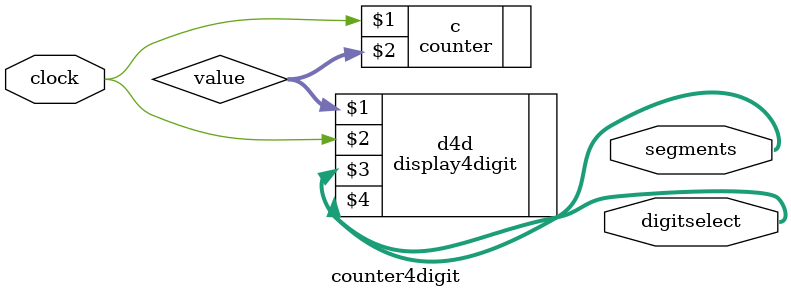
<source format=sv>
`timescale 1ns / 1ps


module counter4digit(
     input wire clock,
     output wire [7:0] digitselect,
     output wire [7:0] segments
     );
     
     wire [15:0] value;
     counter c(clock, value);
     display4digit d4d(value, clock, segments, digitselect);
    
endmodule

</source>
